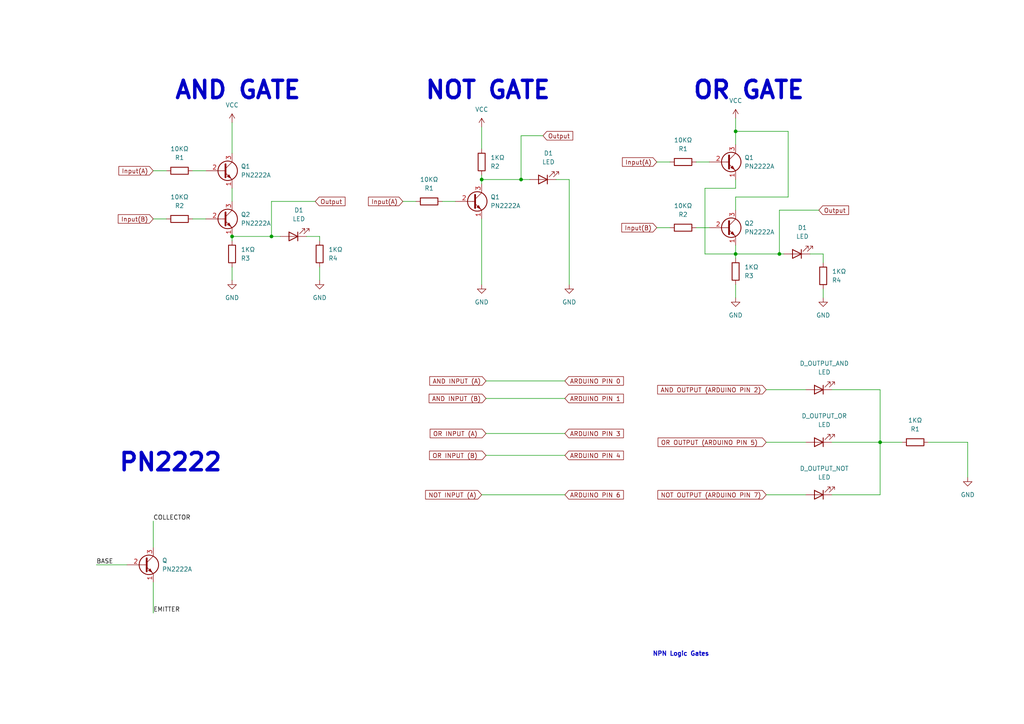
<source format=kicad_sch>
(kicad_sch (version 20211123) (generator eeschema)

  (uuid 9538e4ed-27e6-4c37-b989-9859dc0d49e8)

  (paper "A4")

  (lib_symbols
    (symbol "Device:LED" (pin_numbers hide) (pin_names (offset 1.016) hide) (in_bom yes) (on_board yes)
      (property "Reference" "D" (id 0) (at 0 2.54 0)
        (effects (font (size 1.27 1.27)))
      )
      (property "Value" "LED" (id 1) (at 0 -2.54 0)
        (effects (font (size 1.27 1.27)))
      )
      (property "Footprint" "" (id 2) (at 0 0 0)
        (effects (font (size 1.27 1.27)) hide)
      )
      (property "Datasheet" "~" (id 3) (at 0 0 0)
        (effects (font (size 1.27 1.27)) hide)
      )
      (property "ki_keywords" "LED diode" (id 4) (at 0 0 0)
        (effects (font (size 1.27 1.27)) hide)
      )
      (property "ki_description" "Light emitting diode" (id 5) (at 0 0 0)
        (effects (font (size 1.27 1.27)) hide)
      )
      (property "ki_fp_filters" "LED* LED_SMD:* LED_THT:*" (id 6) (at 0 0 0)
        (effects (font (size 1.27 1.27)) hide)
      )
      (symbol "LED_0_1"
        (polyline
          (pts
            (xy -1.27 -1.27)
            (xy -1.27 1.27)
          )
          (stroke (width 0.254) (type default) (color 0 0 0 0))
          (fill (type none))
        )
        (polyline
          (pts
            (xy -1.27 0)
            (xy 1.27 0)
          )
          (stroke (width 0) (type default) (color 0 0 0 0))
          (fill (type none))
        )
        (polyline
          (pts
            (xy 1.27 -1.27)
            (xy 1.27 1.27)
            (xy -1.27 0)
            (xy 1.27 -1.27)
          )
          (stroke (width 0.254) (type default) (color 0 0 0 0))
          (fill (type none))
        )
        (polyline
          (pts
            (xy -3.048 -0.762)
            (xy -4.572 -2.286)
            (xy -3.81 -2.286)
            (xy -4.572 -2.286)
            (xy -4.572 -1.524)
          )
          (stroke (width 0) (type default) (color 0 0 0 0))
          (fill (type none))
        )
        (polyline
          (pts
            (xy -1.778 -0.762)
            (xy -3.302 -2.286)
            (xy -2.54 -2.286)
            (xy -3.302 -2.286)
            (xy -3.302 -1.524)
          )
          (stroke (width 0) (type default) (color 0 0 0 0))
          (fill (type none))
        )
      )
      (symbol "LED_1_1"
        (pin passive line (at -3.81 0 0) (length 2.54)
          (name "K" (effects (font (size 1.27 1.27))))
          (number "1" (effects (font (size 1.27 1.27))))
        )
        (pin passive line (at 3.81 0 180) (length 2.54)
          (name "A" (effects (font (size 1.27 1.27))))
          (number "2" (effects (font (size 1.27 1.27))))
        )
      )
    )
    (symbol "Device:R" (pin_numbers hide) (pin_names (offset 0)) (in_bom yes) (on_board yes)
      (property "Reference" "R" (id 0) (at 2.032 0 90)
        (effects (font (size 1.27 1.27)))
      )
      (property "Value" "R" (id 1) (at 0 0 90)
        (effects (font (size 1.27 1.27)))
      )
      (property "Footprint" "" (id 2) (at -1.778 0 90)
        (effects (font (size 1.27 1.27)) hide)
      )
      (property "Datasheet" "~" (id 3) (at 0 0 0)
        (effects (font (size 1.27 1.27)) hide)
      )
      (property "ki_keywords" "R res resistor" (id 4) (at 0 0 0)
        (effects (font (size 1.27 1.27)) hide)
      )
      (property "ki_description" "Resistor" (id 5) (at 0 0 0)
        (effects (font (size 1.27 1.27)) hide)
      )
      (property "ki_fp_filters" "R_*" (id 6) (at 0 0 0)
        (effects (font (size 1.27 1.27)) hide)
      )
      (symbol "R_0_1"
        (rectangle (start -1.016 -2.54) (end 1.016 2.54)
          (stroke (width 0.254) (type default) (color 0 0 0 0))
          (fill (type none))
        )
      )
      (symbol "R_1_1"
        (pin passive line (at 0 3.81 270) (length 1.27)
          (name "~" (effects (font (size 1.27 1.27))))
          (number "1" (effects (font (size 1.27 1.27))))
        )
        (pin passive line (at 0 -3.81 90) (length 1.27)
          (name "~" (effects (font (size 1.27 1.27))))
          (number "2" (effects (font (size 1.27 1.27))))
        )
      )
    )
    (symbol "Transistor_BJT:PN2222A" (pin_names (offset 0) hide) (in_bom yes) (on_board yes)
      (property "Reference" "Q" (id 0) (at 5.08 1.905 0)
        (effects (font (size 1.27 1.27)) (justify left))
      )
      (property "Value" "PN2222A" (id 1) (at 5.08 0 0)
        (effects (font (size 1.27 1.27)) (justify left))
      )
      (property "Footprint" "Package_TO_SOT_THT:TO-92_Inline" (id 2) (at 5.08 -1.905 0)
        (effects (font (size 1.27 1.27) italic) (justify left) hide)
      )
      (property "Datasheet" "https://www.onsemi.com/pub/Collateral/PN2222-D.PDF" (id 3) (at 0 0 0)
        (effects (font (size 1.27 1.27)) (justify left) hide)
      )
      (property "ki_keywords" "NPN Transistor" (id 4) (at 0 0 0)
        (effects (font (size 1.27 1.27)) hide)
      )
      (property "ki_description" "1A Ic, 40V Vce, NPN Transistor, General Purpose Transistor, TO-92" (id 5) (at 0 0 0)
        (effects (font (size 1.27 1.27)) hide)
      )
      (property "ki_fp_filters" "TO?92*" (id 6) (at 0 0 0)
        (effects (font (size 1.27 1.27)) hide)
      )
      (symbol "PN2222A_0_1"
        (polyline
          (pts
            (xy 0 0)
            (xy 0.635 0)
          )
          (stroke (width 0) (type default) (color 0 0 0 0))
          (fill (type none))
        )
        (polyline
          (pts
            (xy 2.54 -2.54)
            (xy 0.635 -0.635)
          )
          (stroke (width 0) (type default) (color 0 0 0 0))
          (fill (type none))
        )
        (polyline
          (pts
            (xy 2.54 2.54)
            (xy 0.635 0.635)
          )
          (stroke (width 0) (type default) (color 0 0 0 0))
          (fill (type none))
        )
        (polyline
          (pts
            (xy 0.635 1.905)
            (xy 0.635 -1.905)
            (xy 0.635 -1.905)
          )
          (stroke (width 0.508) (type default) (color 0 0 0 0))
          (fill (type none))
        )
        (polyline
          (pts
            (xy 2.413 -2.413)
            (xy 1.905 -1.905)
            (xy 1.905 -1.905)
          )
          (stroke (width 0) (type default) (color 0 0 0 0))
          (fill (type none))
        )
        (polyline
          (pts
            (xy 1.143 -1.651)
            (xy 1.651 -1.143)
            (xy 2.159 -2.159)
            (xy 1.143 -1.651)
            (xy 1.143 -1.651)
          )
          (stroke (width 0) (type default) (color 0 0 0 0))
          (fill (type outline))
        )
        (circle (center 1.27 0) (radius 2.8194)
          (stroke (width 0.254) (type default) (color 0 0 0 0))
          (fill (type none))
        )
      )
      (symbol "PN2222A_1_1"
        (pin passive line (at 2.54 -5.08 90) (length 2.54)
          (name "E" (effects (font (size 1.27 1.27))))
          (number "1" (effects (font (size 1.27 1.27))))
        )
        (pin input line (at -5.08 0 0) (length 5.08)
          (name "B" (effects (font (size 1.27 1.27))))
          (number "2" (effects (font (size 1.27 1.27))))
        )
        (pin passive line (at 2.54 5.08 270) (length 2.54)
          (name "C" (effects (font (size 1.27 1.27))))
          (number "3" (effects (font (size 1.27 1.27))))
        )
      )
    )
    (symbol "power:GND" (power) (pin_names (offset 0)) (in_bom yes) (on_board yes)
      (property "Reference" "#PWR" (id 0) (at 0 -6.35 0)
        (effects (font (size 1.27 1.27)) hide)
      )
      (property "Value" "GND" (id 1) (at 0 -3.81 0)
        (effects (font (size 1.27 1.27)))
      )
      (property "Footprint" "" (id 2) (at 0 0 0)
        (effects (font (size 1.27 1.27)) hide)
      )
      (property "Datasheet" "" (id 3) (at 0 0 0)
        (effects (font (size 1.27 1.27)) hide)
      )
      (property "ki_keywords" "power-flag" (id 4) (at 0 0 0)
        (effects (font (size 1.27 1.27)) hide)
      )
      (property "ki_description" "Power symbol creates a global label with name \"GND\" , ground" (id 5) (at 0 0 0)
        (effects (font (size 1.27 1.27)) hide)
      )
      (symbol "GND_0_1"
        (polyline
          (pts
            (xy 0 0)
            (xy 0 -1.27)
            (xy 1.27 -1.27)
            (xy 0 -2.54)
            (xy -1.27 -1.27)
            (xy 0 -1.27)
          )
          (stroke (width 0) (type default) (color 0 0 0 0))
          (fill (type none))
        )
      )
      (symbol "GND_1_1"
        (pin power_in line (at 0 0 270) (length 0) hide
          (name "GND" (effects (font (size 1.27 1.27))))
          (number "1" (effects (font (size 1.27 1.27))))
        )
      )
    )
    (symbol "power:VCC" (power) (pin_names (offset 0)) (in_bom yes) (on_board yes)
      (property "Reference" "#PWR" (id 0) (at 0 -3.81 0)
        (effects (font (size 1.27 1.27)) hide)
      )
      (property "Value" "VCC" (id 1) (at 0 3.81 0)
        (effects (font (size 1.27 1.27)))
      )
      (property "Footprint" "" (id 2) (at 0 0 0)
        (effects (font (size 1.27 1.27)) hide)
      )
      (property "Datasheet" "" (id 3) (at 0 0 0)
        (effects (font (size 1.27 1.27)) hide)
      )
      (property "ki_keywords" "power-flag" (id 4) (at 0 0 0)
        (effects (font (size 1.27 1.27)) hide)
      )
      (property "ki_description" "Power symbol creates a global label with name \"VCC\"" (id 5) (at 0 0 0)
        (effects (font (size 1.27 1.27)) hide)
      )
      (symbol "VCC_0_1"
        (polyline
          (pts
            (xy -0.762 1.27)
            (xy 0 2.54)
          )
          (stroke (width 0) (type default) (color 0 0 0 0))
          (fill (type none))
        )
        (polyline
          (pts
            (xy 0 0)
            (xy 0 2.54)
          )
          (stroke (width 0) (type default) (color 0 0 0 0))
          (fill (type none))
        )
        (polyline
          (pts
            (xy 0 2.54)
            (xy 0.762 1.27)
          )
          (stroke (width 0) (type default) (color 0 0 0 0))
          (fill (type none))
        )
      )
      (symbol "VCC_1_1"
        (pin power_in line (at 0 0 90) (length 0) hide
          (name "VCC" (effects (font (size 1.27 1.27))))
          (number "1" (effects (font (size 1.27 1.27))))
        )
      )
    )
  )

  (junction (at 255.27 128.27) (diameter 0) (color 0 0 0 0)
    (uuid 07b153ea-670b-445a-8143-04436444df7e)
  )
  (junction (at 139.7 52.07) (diameter 0) (color 0 0 0 0)
    (uuid 09cb623b-5feb-48f8-9938-7a1f86b2ed29)
  )
  (junction (at 226.06 73.66) (diameter 0) (color 0 0 0 0)
    (uuid 1a40f373-1f37-4901-997c-47e9868a81c1)
  )
  (junction (at 213.36 38.1) (diameter 0) (color 0 0 0 0)
    (uuid 1ed0149a-dfe5-4d0a-a9b7-e40eb64eac2c)
  )
  (junction (at 213.36 73.66) (diameter 0) (color 0 0 0 0)
    (uuid 41afcd73-238d-4b48-9dd5-a9ddc9a93505)
  )
  (junction (at 151.13 52.07) (diameter 0) (color 0 0 0 0)
    (uuid a02c2b19-e7da-4a83-8984-460b1aec3571)
  )
  (junction (at 67.31 68.58) (diameter 0) (color 0 0 0 0)
    (uuid cbc618b3-34bf-463c-94c7-ed2b616e5240)
  )
  (junction (at 78.74 68.58) (diameter 0) (color 0 0 0 0)
    (uuid dcb05ee6-2136-4f60-9f9a-1f72d57f18c6)
  )

  (wire (pts (xy 67.31 69.85) (xy 67.31 68.58))
    (stroke (width 0) (type default) (color 0 0 0 0))
    (uuid 013ba58f-53ea-4a60-80c6-6e3648317be1)
  )
  (wire (pts (xy 238.76 73.66) (xy 238.76 76.2))
    (stroke (width 0) (type default) (color 0 0 0 0))
    (uuid 03cb4ab5-6d69-408e-b3b5-e1d028e6c702)
  )
  (wire (pts (xy 92.71 68.58) (xy 92.71 69.85))
    (stroke (width 0) (type default) (color 0 0 0 0))
    (uuid 06539345-f7ee-46fa-8b39-bec7c02cfaf5)
  )
  (wire (pts (xy 201.93 66.04) (xy 205.74 66.04))
    (stroke (width 0) (type default) (color 0 0 0 0))
    (uuid 0b4b0cca-bc57-4edc-9005-be5f4d0112cc)
  )
  (wire (pts (xy 228.6 57.15) (xy 228.6 38.1))
    (stroke (width 0) (type default) (color 0 0 0 0))
    (uuid 0c4a81d3-1d52-4316-96aa-1c12171c25cf)
  )
  (wire (pts (xy 55.88 49.53) (xy 59.69 49.53))
    (stroke (width 0) (type default) (color 0 0 0 0))
    (uuid 0cc1dd83-5c90-420d-9851-51d341aa4817)
  )
  (wire (pts (xy 222.25 143.51) (xy 233.68 143.51))
    (stroke (width 0) (type default) (color 0 0 0 0))
    (uuid 0f11d161-6009-49d5-9f67-fa144152dd24)
  )
  (wire (pts (xy 67.31 81.28) (xy 67.31 77.47))
    (stroke (width 0) (type default) (color 0 0 0 0))
    (uuid 131c8b3b-0256-4c7a-a9b6-f04894303327)
  )
  (wire (pts (xy 222.25 113.03) (xy 233.68 113.03))
    (stroke (width 0) (type default) (color 0 0 0 0))
    (uuid 15ad461c-8671-4c28-9cb6-144953fcd4c9)
  )
  (wire (pts (xy 139.7 50.8) (xy 139.7 52.07))
    (stroke (width 0) (type default) (color 0 0 0 0))
    (uuid 189a28b5-e4dc-4782-9e63-29e82a9829fd)
  )
  (wire (pts (xy 190.5 46.99) (xy 194.31 46.99))
    (stroke (width 0) (type default) (color 0 0 0 0))
    (uuid 1ec56144-e622-4c42-8a11-4eefdbd50443)
  )
  (wire (pts (xy 88.9 68.58) (xy 92.71 68.58))
    (stroke (width 0) (type default) (color 0 0 0 0))
    (uuid 24c8f588-f3e0-4fdb-bd89-8e8411110a94)
  )
  (wire (pts (xy 241.3 143.51) (xy 255.27 143.51))
    (stroke (width 0) (type default) (color 0 0 0 0))
    (uuid 253e6a05-dc00-403d-bfeb-f75446a55b36)
  )
  (wire (pts (xy 92.71 77.47) (xy 92.71 81.28))
    (stroke (width 0) (type default) (color 0 0 0 0))
    (uuid 29c8221b-0885-4c62-a489-286f9ace4901)
  )
  (wire (pts (xy 213.36 74.93) (xy 213.36 73.66))
    (stroke (width 0) (type default) (color 0 0 0 0))
    (uuid 2a30684b-d341-42dc-b009-7ec513a6b4c4)
  )
  (wire (pts (xy 213.36 34.29) (xy 213.36 38.1))
    (stroke (width 0) (type default) (color 0 0 0 0))
    (uuid 2bc71fca-ec89-4e93-a575-76a5cec9fae6)
  )
  (wire (pts (xy 128.27 58.42) (xy 132.08 58.42))
    (stroke (width 0) (type default) (color 0 0 0 0))
    (uuid 311ae13d-7633-4526-9992-edf9bfe81e50)
  )
  (wire (pts (xy 116.84 58.42) (xy 120.65 58.42))
    (stroke (width 0) (type default) (color 0 0 0 0))
    (uuid 31db40b8-aeda-4d0e-accc-b6f7fa27011b)
  )
  (wire (pts (xy 157.48 39.37) (xy 151.13 39.37))
    (stroke (width 0) (type default) (color 0 0 0 0))
    (uuid 3ea30877-5275-46c9-ba1d-ed5abb9a7a1d)
  )
  (wire (pts (xy 44.45 168.91) (xy 44.45 177.8))
    (stroke (width 0) (type default) (color 0 0 0 0))
    (uuid 3f50717a-7401-4cd4-8387-b9e2d8c4ae2b)
  )
  (wire (pts (xy 213.36 57.15) (xy 228.6 57.15))
    (stroke (width 0) (type default) (color 0 0 0 0))
    (uuid 3f510e84-818e-4468-9830-bfbf8b20cf71)
  )
  (wire (pts (xy 213.36 73.66) (xy 226.06 73.66))
    (stroke (width 0) (type default) (color 0 0 0 0))
    (uuid 408ff053-b8b5-4e6d-a767-7b285d443280)
  )
  (wire (pts (xy 201.93 46.99) (xy 205.74 46.99))
    (stroke (width 0) (type default) (color 0 0 0 0))
    (uuid 47dd2cab-b54a-45e8-b3c3-c7c78820b3d2)
  )
  (wire (pts (xy 213.36 73.66) (xy 213.36 71.12))
    (stroke (width 0) (type default) (color 0 0 0 0))
    (uuid 4b530a66-2250-45cf-a4f0-b2c82c1b3925)
  )
  (wire (pts (xy 269.24 128.27) (xy 280.67 128.27))
    (stroke (width 0) (type default) (color 0 0 0 0))
    (uuid 4d9fa578-31a0-45ae-8602-e74fe0dc8682)
  )
  (wire (pts (xy 78.74 68.58) (xy 81.28 68.58))
    (stroke (width 0) (type default) (color 0 0 0 0))
    (uuid 4f5a5746-cad3-42d7-90d5-2aefc34cad42)
  )
  (wire (pts (xy 241.3 113.03) (xy 255.27 113.03))
    (stroke (width 0) (type default) (color 0 0 0 0))
    (uuid 4fb24966-ff94-4053-a484-2dd60328ceb0)
  )
  (wire (pts (xy 255.27 113.03) (xy 255.27 128.27))
    (stroke (width 0) (type default) (color 0 0 0 0))
    (uuid 5519a88b-aeec-4a90-9830-94e407eed5b8)
  )
  (wire (pts (xy 55.88 63.5) (xy 59.69 63.5))
    (stroke (width 0) (type default) (color 0 0 0 0))
    (uuid 586bf9a0-d9a5-4abc-9608-6c89fe88f3bc)
  )
  (wire (pts (xy 226.06 73.66) (xy 227.33 73.66))
    (stroke (width 0) (type default) (color 0 0 0 0))
    (uuid 58c3fb29-ad53-4e83-8729-7a4efe61c4da)
  )
  (wire (pts (xy 255.27 143.51) (xy 255.27 128.27))
    (stroke (width 0) (type default) (color 0 0 0 0))
    (uuid 5faee543-e642-4802-adfd-44c54aa1f7dd)
  )
  (wire (pts (xy 237.49 60.96) (xy 226.06 60.96))
    (stroke (width 0) (type default) (color 0 0 0 0))
    (uuid 5ff36fbf-899a-4e28-bfb4-32b858d259dc)
  )
  (wire (pts (xy 139.7 43.18) (xy 139.7 36.83))
    (stroke (width 0) (type default) (color 0 0 0 0))
    (uuid 60ef2bd8-a9cd-478d-b2df-6d47028365b7)
  )
  (wire (pts (xy 204.47 73.66) (xy 213.36 73.66))
    (stroke (width 0) (type default) (color 0 0 0 0))
    (uuid 62499b02-cf09-45c7-a6d3-6f7a8077d261)
  )
  (wire (pts (xy 139.7 143.51) (xy 163.83 143.51))
    (stroke (width 0) (type default) (color 0 0 0 0))
    (uuid 629c5ad8-6364-4229-b235-26f05a45eb6e)
  )
  (wire (pts (xy 280.67 128.27) (xy 280.67 138.43))
    (stroke (width 0) (type default) (color 0 0 0 0))
    (uuid 67081eaa-bac7-4c40-b41e-1768f13540be)
  )
  (wire (pts (xy 161.29 52.07) (xy 165.1 52.07))
    (stroke (width 0) (type default) (color 0 0 0 0))
    (uuid 6801cc0f-a0fe-484b-9e68-f2e2222d8a2b)
  )
  (wire (pts (xy 140.97 115.57) (xy 163.83 115.57))
    (stroke (width 0) (type default) (color 0 0 0 0))
    (uuid 682f1abd-1645-400b-9089-ca0447ce0c14)
  )
  (wire (pts (xy 44.45 63.5) (xy 48.26 63.5))
    (stroke (width 0) (type default) (color 0 0 0 0))
    (uuid 69cdd84f-5b81-4e1a-acb4-1fcb07c6fc14)
  )
  (wire (pts (xy 213.36 38.1) (xy 213.36 41.91))
    (stroke (width 0) (type default) (color 0 0 0 0))
    (uuid 6cb01a46-d09f-47ae-9767-e5083f3aefd5)
  )
  (wire (pts (xy 241.3 128.27) (xy 255.27 128.27))
    (stroke (width 0) (type default) (color 0 0 0 0))
    (uuid 6e0eefcd-7022-45c6-bf9e-51ef52bd7450)
  )
  (wire (pts (xy 140.97 110.49) (xy 163.83 110.49))
    (stroke (width 0) (type default) (color 0 0 0 0))
    (uuid 75cf43a7-d50c-4880-af0a-155ed69dd030)
  )
  (wire (pts (xy 213.36 52.07) (xy 213.36 54.61))
    (stroke (width 0) (type default) (color 0 0 0 0))
    (uuid 76058541-40c1-4c9c-9e1b-873ff27be583)
  )
  (wire (pts (xy 140.97 125.73) (xy 163.83 125.73))
    (stroke (width 0) (type default) (color 0 0 0 0))
    (uuid 7beeb5fc-efde-4529-be6b-67ab2a973cde)
  )
  (wire (pts (xy 67.31 35.56) (xy 67.31 44.45))
    (stroke (width 0) (type default) (color 0 0 0 0))
    (uuid 87acb341-8927-4bf2-8afb-3415db1d7c46)
  )
  (wire (pts (xy 67.31 54.61) (xy 67.31 58.42))
    (stroke (width 0) (type default) (color 0 0 0 0))
    (uuid 87d5d173-2026-4185-a172-b2764314508b)
  )
  (wire (pts (xy 151.13 39.37) (xy 151.13 52.07))
    (stroke (width 0) (type default) (color 0 0 0 0))
    (uuid 92da9b88-207d-47d9-94ea-c727a0a86cb8)
  )
  (wire (pts (xy 27.94 163.83) (xy 36.83 163.83))
    (stroke (width 0) (type default) (color 0 0 0 0))
    (uuid 97f4b60b-d4a4-44ad-8119-24e5f6120c14)
  )
  (wire (pts (xy 91.44 58.42) (xy 78.74 58.42))
    (stroke (width 0) (type default) (color 0 0 0 0))
    (uuid 9b6525fc-fb1f-496b-b238-fe3b35e6864f)
  )
  (wire (pts (xy 140.97 132.08) (xy 163.83 132.08))
    (stroke (width 0) (type default) (color 0 0 0 0))
    (uuid afa818ef-bfac-4010-b31b-fd719bebb677)
  )
  (wire (pts (xy 44.45 49.53) (xy 48.26 49.53))
    (stroke (width 0) (type default) (color 0 0 0 0))
    (uuid b7462cf2-a3dd-4097-8882-1954d9d28d08)
  )
  (wire (pts (xy 213.36 86.36) (xy 213.36 82.55))
    (stroke (width 0) (type default) (color 0 0 0 0))
    (uuid b89ab16e-8682-4288-9e98-10b29067111a)
  )
  (wire (pts (xy 222.25 128.27) (xy 233.68 128.27))
    (stroke (width 0) (type default) (color 0 0 0 0))
    (uuid c2beb8cf-ae3a-497c-8207-d77a82ee41be)
  )
  (wire (pts (xy 139.7 63.5) (xy 139.7 82.55))
    (stroke (width 0) (type default) (color 0 0 0 0))
    (uuid c7dd51b9-c4d6-4b0d-aed2-69adbb4649de)
  )
  (wire (pts (xy 165.1 52.07) (xy 165.1 82.55))
    (stroke (width 0) (type default) (color 0 0 0 0))
    (uuid ca6516b8-0af1-467e-96c0-73c0e6e91417)
  )
  (wire (pts (xy 213.36 54.61) (xy 204.47 54.61))
    (stroke (width 0) (type default) (color 0 0 0 0))
    (uuid cdacca8d-35e0-4659-9502-f56630275306)
  )
  (wire (pts (xy 226.06 60.96) (xy 226.06 73.66))
    (stroke (width 0) (type default) (color 0 0 0 0))
    (uuid d0c44712-01f4-4764-a19b-8074d1f153fe)
  )
  (wire (pts (xy 213.36 60.96) (xy 213.36 57.15))
    (stroke (width 0) (type default) (color 0 0 0 0))
    (uuid d5ac037d-c1d2-4b9c-9ab1-ac195b29cda7)
  )
  (wire (pts (xy 255.27 128.27) (xy 261.62 128.27))
    (stroke (width 0) (type default) (color 0 0 0 0))
    (uuid d636f29b-697c-4066-b472-eee142818578)
  )
  (wire (pts (xy 44.45 151.13) (xy 44.45 158.75))
    (stroke (width 0) (type default) (color 0 0 0 0))
    (uuid da558714-c7a3-430a-80ba-1cf95c406f14)
  )
  (wire (pts (xy 78.74 58.42) (xy 78.74 68.58))
    (stroke (width 0) (type default) (color 0 0 0 0))
    (uuid de8f7cd3-a88d-4df3-977e-e06743b940e2)
  )
  (wire (pts (xy 67.31 68.58) (xy 78.74 68.58))
    (stroke (width 0) (type default) (color 0 0 0 0))
    (uuid e3978438-1ee1-40a2-aea7-099b4d2e4656)
  )
  (wire (pts (xy 234.95 73.66) (xy 238.76 73.66))
    (stroke (width 0) (type default) (color 0 0 0 0))
    (uuid ee8b5d2f-8222-4e06-a065-b6b2e3640bcc)
  )
  (wire (pts (xy 139.7 52.07) (xy 139.7 53.34))
    (stroke (width 0) (type default) (color 0 0 0 0))
    (uuid f1202946-b163-40d7-b026-7bb136fd7887)
  )
  (wire (pts (xy 139.7 52.07) (xy 151.13 52.07))
    (stroke (width 0) (type default) (color 0 0 0 0))
    (uuid f3caceb4-f80c-4a39-8e6d-b4f5346b8e0b)
  )
  (wire (pts (xy 151.13 52.07) (xy 153.67 52.07))
    (stroke (width 0) (type default) (color 0 0 0 0))
    (uuid f3cd850a-0f39-48eb-a1f8-68884c4d0ceb)
  )
  (wire (pts (xy 228.6 38.1) (xy 213.36 38.1))
    (stroke (width 0) (type default) (color 0 0 0 0))
    (uuid f5ce3c81-75f4-47ed-ac11-104341eddd9d)
  )
  (wire (pts (xy 204.47 54.61) (xy 204.47 73.66))
    (stroke (width 0) (type default) (color 0 0 0 0))
    (uuid fc12cfbb-fab7-45df-b7af-b0a2327d64d4)
  )
  (wire (pts (xy 190.5 66.04) (xy 194.31 66.04))
    (stroke (width 0) (type default) (color 0 0 0 0))
    (uuid fc8766ce-992a-4c60-8cbe-56b6fbfcef62)
  )
  (wire (pts (xy 238.76 83.82) (xy 238.76 86.36))
    (stroke (width 0) (type default) (color 0 0 0 0))
    (uuid fe732144-34e2-43bf-9f2b-8d43da0d7536)
  )

  (text "NOT GATE" (at 160.02 29.21 180)
    (effects (font (size 5 5) bold) (justify right bottom))
    (uuid 1e3b28f9-c013-41c9-bc6b-a500bf8646d5)
  )
  (text "PN2222" (at 64.77 137.16 180)
    (effects (font (size 5 5) bold) (justify right bottom))
    (uuid 629c9f1d-cf4c-4edd-b352-fe6a9de97e64)
  )
  (text "OR GATE" (at 233.68 29.21 180)
    (effects (font (size 5 5) bold) (justify right bottom))
    (uuid d22f30d6-3d1f-4797-a4d0-7755b084f6bd)
  )
  (text "NPN Logic Gates" (at 205.74 190.5 180)
    (effects (font (size 1.27 1.27) bold) (justify right bottom))
    (uuid e0dad56f-8093-4090-b21a-09444d7e2804)
  )
  (text "AND GATE" (at 87.63 29.21 180)
    (effects (font (size 5 5) bold) (justify right bottom))
    (uuid f97e0fc4-7ad2-49d2-b010-04343ca5c9e0)
  )

  (label "EMITTER" (at 44.45 177.8 0)
    (effects (font (size 1.27 1.27)) (justify left bottom))
    (uuid 12e0e518-8ce6-421e-8268-6fae52f34f52)
  )
  (label "BASE" (at 27.94 163.83 0)
    (effects (font (size 1.27 1.27)) (justify left bottom))
    (uuid 90eccaac-d47a-445d-9f9b-6f86f6446bd3)
  )
  (label "COLLECTOR" (at 44.45 151.13 0)
    (effects (font (size 1.27 1.27)) (justify left bottom))
    (uuid a6e3687b-985d-4d1d-af80-38b2fb96d095)
  )

  (global_label "Input(A)" (shape input) (at 44.45 49.53 180) (fields_autoplaced)
    (effects (font (size 1.27 1.27)) (justify right))
    (uuid 034b5ea6-0b9b-428c-b907-e61e423c99e3)
    (property "Intersheet References" "${INTERSHEET_REFS}" (id 0) (at 34.4774 49.4506 0)
      (effects (font (size 1.27 1.27)) (justify right) hide)
    )
  )
  (global_label "OR OUTPUT (ARDUINO PIN 5) " (shape input) (at 222.25 128.27 180) (fields_autoplaced)
    (effects (font (size 1.27 1.27)) (justify right))
    (uuid 243f304e-4805-4908-9926-4b8f7e06509b)
    (property "Intersheet References" "${INTERSHEET_REFS}" (id 0) (at 190.8688 128.1906 0)
      (effects (font (size 1.27 1.27)) (justify right) hide)
    )
  )
  (global_label "Output" (shape input) (at 237.49 60.96 0) (fields_autoplaced)
    (effects (font (size 1.27 1.27)) (justify left))
    (uuid 24bbb28f-2ce4-465c-83d3-b40d2b79d4bf)
    (property "Intersheet References" "${INTERSHEET_REFS}" (id 0) (at 246.1321 60.8806 0)
      (effects (font (size 1.27 1.27)) (justify left) hide)
    )
  )
  (global_label "OR INPUT (B) " (shape input) (at 140.97 132.08 180) (fields_autoplaced)
    (effects (font (size 1.27 1.27)) (justify right))
    (uuid 24f350cd-59eb-4c48-b2d4-abf255130bfe)
    (property "Intersheet References" "${INTERSHEET_REFS}" (id 0) (at 124.5869 132.0006 0)
      (effects (font (size 1.27 1.27)) (justify right) hide)
    )
  )
  (global_label "Input(A)" (shape input) (at 190.5 46.99 180) (fields_autoplaced)
    (effects (font (size 1.27 1.27)) (justify right))
    (uuid 2759cf39-12f5-4163-a441-31572b3ec3e4)
    (property "Intersheet References" "${INTERSHEET_REFS}" (id 0) (at 180.5274 46.9106 0)
      (effects (font (size 1.27 1.27)) (justify right) hide)
    )
  )
  (global_label "AND OUTPUT (ARDUINO PIN 2)" (shape input) (at 222.25 113.03 180) (fields_autoplaced)
    (effects (font (size 1.27 1.27)) (justify right))
    (uuid 325746b1-2d0c-4dba-b05b-16c89010158b)
    (property "Intersheet References" "${INTERSHEET_REFS}" (id 0) (at 190.7479 112.9506 0)
      (effects (font (size 1.27 1.27)) (justify right) hide)
    )
  )
  (global_label "OR INPUT (A) " (shape input) (at 140.97 125.73 180) (fields_autoplaced)
    (effects (font (size 1.27 1.27)) (justify right))
    (uuid 3be8e2da-206e-4192-81c2-96f8efadbf01)
    (property "Intersheet References" "${INTERSHEET_REFS}" (id 0) (at 124.7683 125.6506 0)
      (effects (font (size 1.27 1.27)) (justify right) hide)
    )
  )
  (global_label "NOT INPUT (A)" (shape input) (at 139.7 143.51 180) (fields_autoplaced)
    (effects (font (size 1.27 1.27)) (justify right))
    (uuid 42af2292-cb10-406d-801b-f98704f6c10d)
    (property "Intersheet References" "${INTERSHEET_REFS}" (id 0) (at 123.4379 143.4306 0)
      (effects (font (size 1.27 1.27)) (justify right) hide)
    )
  )
  (global_label "Output" (shape input) (at 157.48 39.37 0) (fields_autoplaced)
    (effects (font (size 1.27 1.27)) (justify left))
    (uuid 53f47552-915f-4d9f-9d69-1e746444063c)
    (property "Intersheet References" "${INTERSHEET_REFS}" (id 0) (at 166.1221 39.2906 0)
      (effects (font (size 1.27 1.27)) (justify left) hide)
    )
  )
  (global_label "Input(A)" (shape input) (at 116.84 58.42 180) (fields_autoplaced)
    (effects (font (size 1.27 1.27)) (justify right))
    (uuid 5978f215-d946-4c7f-9cb0-4aab8a0f4c65)
    (property "Intersheet References" "${INTERSHEET_REFS}" (id 0) (at 106.8674 58.3406 0)
      (effects (font (size 1.27 1.27)) (justify right) hide)
    )
  )
  (global_label "Output" (shape input) (at 91.44 58.42 0) (fields_autoplaced)
    (effects (font (size 1.27 1.27)) (justify left))
    (uuid 5e04afd4-6a63-4342-a1f7-1a2630319141)
    (property "Intersheet References" "${INTERSHEET_REFS}" (id 0) (at 100.0821 58.3406 0)
      (effects (font (size 1.27 1.27)) (justify left) hide)
    )
  )
  (global_label "ARDUINO PIN 4" (shape input) (at 163.83 132.08 0) (fields_autoplaced)
    (effects (font (size 1.27 1.27)) (justify left))
    (uuid 6dbe7adf-2b9f-4e01-8704-3927bb3a30b4)
    (property "Intersheet References" "${INTERSHEET_REFS}" (id 0) (at 180.8179 132.0006 0)
      (effects (font (size 1.27 1.27)) (justify left) hide)
    )
  )
  (global_label "AND INPUT (B)" (shape input) (at 140.97 115.57 180) (fields_autoplaced)
    (effects (font (size 1.27 1.27)) (justify right))
    (uuid ba87bd0b-d89c-45b1-bab7-61acf948a2ae)
    (property "Intersheet References" "${INTERSHEET_REFS}" (id 0) (at 124.4659 115.4906 0)
      (effects (font (size 1.27 1.27)) (justify right) hide)
    )
  )
  (global_label "Input(B)" (shape input) (at 44.45 63.5 180) (fields_autoplaced)
    (effects (font (size 1.27 1.27)) (justify right))
    (uuid bac58cb5-56be-4423-b62b-033d57e78cb0)
    (property "Intersheet References" "${INTERSHEET_REFS}" (id 0) (at 34.2959 63.4206 0)
      (effects (font (size 1.27 1.27)) (justify right) hide)
    )
  )
  (global_label "ARDUINO PIN 0" (shape input) (at 163.83 110.49 0) (fields_autoplaced)
    (effects (font (size 1.27 1.27)) (justify left))
    (uuid bc8833e4-9037-4ded-abe9-88887fc4ee07)
    (property "Intersheet References" "${INTERSHEET_REFS}" (id 0) (at 180.8179 110.4106 0)
      (effects (font (size 1.27 1.27)) (justify left) hide)
    )
  )
  (global_label "AND INPUT (A)" (shape input) (at 140.97 110.49 180) (fields_autoplaced)
    (effects (font (size 1.27 1.27)) (justify right))
    (uuid bea5c29b-ae3e-4f21-8487-ee7b3e28d3f7)
    (property "Intersheet References" "${INTERSHEET_REFS}" (id 0) (at 124.6474 110.4106 0)
      (effects (font (size 1.27 1.27)) (justify right) hide)
    )
  )
  (global_label "Input(B)" (shape input) (at 190.5 66.04 180) (fields_autoplaced)
    (effects (font (size 1.27 1.27)) (justify right))
    (uuid bf0534df-15ba-4561-87ff-7d8be3cc8441)
    (property "Intersheet References" "${INTERSHEET_REFS}" (id 0) (at 180.3459 65.9606 0)
      (effects (font (size 1.27 1.27)) (justify right) hide)
    )
  )
  (global_label "ARDUINO PIN 3" (shape input) (at 163.83 125.73 0) (fields_autoplaced)
    (effects (font (size 1.27 1.27)) (justify left))
    (uuid cd5be053-ff61-4b99-abcc-9197a4bb27ec)
    (property "Intersheet References" "${INTERSHEET_REFS}" (id 0) (at 180.8179 125.6506 0)
      (effects (font (size 1.27 1.27)) (justify left) hide)
    )
  )
  (global_label "ARDUINO PIN 6" (shape input) (at 163.83 143.51 0) (fields_autoplaced)
    (effects (font (size 1.27 1.27)) (justify left))
    (uuid e0cfb54e-e0e0-4085-bea2-2272f5277aea)
    (property "Intersheet References" "${INTERSHEET_REFS}" (id 0) (at 180.8179 143.4306 0)
      (effects (font (size 1.27 1.27)) (justify left) hide)
    )
  )
  (global_label "NOT OUTPUT (ARDUINO PIN 7)" (shape input) (at 222.25 143.51 180) (fields_autoplaced)
    (effects (font (size 1.27 1.27)) (justify right))
    (uuid f0ecb011-7eb9-4c3c-adad-4d74fce681f5)
    (property "Intersheet References" "${INTERSHEET_REFS}" (id 0) (at 190.8083 143.4306 0)
      (effects (font (size 1.27 1.27)) (justify right) hide)
    )
  )
  (global_label "ARDUINO PIN 1" (shape input) (at 163.83 115.57 0) (fields_autoplaced)
    (effects (font (size 1.27 1.27)) (justify left))
    (uuid fcafc700-f14f-4dc3-9c37-208931b2d984)
    (property "Intersheet References" "${INTERSHEET_REFS}" (id 0) (at 180.8179 115.4906 0)
      (effects (font (size 1.27 1.27)) (justify left) hide)
    )
  )

  (symbol (lib_id "power:VCC") (at 67.31 35.56 0) (unit 1)
    (in_bom yes) (on_board yes) (fields_autoplaced)
    (uuid 053ebe06-fa9e-46b3-845d-54f6d2104c01)
    (property "Reference" "#PWR?" (id 0) (at 67.31 39.37 0)
      (effects (font (size 1.27 1.27)) hide)
    )
    (property "Value" "VCC" (id 1) (at 67.31 30.48 0))
    (property "Footprint" "" (id 2) (at 67.31 35.56 0)
      (effects (font (size 1.27 1.27)) hide)
    )
    (property "Datasheet" "" (id 3) (at 67.31 35.56 0)
      (effects (font (size 1.27 1.27)) hide)
    )
    (pin "1" (uuid 964237fb-aa6f-44bf-92b3-8643ac77a89c))
  )

  (symbol (lib_id "Transistor_BJT:PN2222A") (at 64.77 49.53 0) (unit 1)
    (in_bom yes) (on_board yes) (fields_autoplaced)
    (uuid 0afc6592-c2db-4caa-a22b-f13f9e7e1c40)
    (property "Reference" "Q1" (id 0) (at 69.85 48.2599 0)
      (effects (font (size 1.27 1.27)) (justify left))
    )
    (property "Value" "PN2222A" (id 1) (at 69.85 50.7999 0)
      (effects (font (size 1.27 1.27)) (justify left))
    )
    (property "Footprint" "Package_TO_SOT_THT:TO-92_Inline" (id 2) (at 69.85 51.435 0)
      (effects (font (size 1.27 1.27) italic) (justify left) hide)
    )
    (property "Datasheet" "https://www.onsemi.com/pub/Collateral/PN2222-D.PDF" (id 3) (at 64.77 49.53 0)
      (effects (font (size 1.27 1.27)) (justify left) hide)
    )
    (pin "1" (uuid 93b580d1-c2df-48c4-9d06-465ca9d3eebc))
    (pin "2" (uuid 95e16380-a797-4ef6-bc92-67bfd44afe75))
    (pin "3" (uuid 2f1df4d4-ea41-4805-990c-fc64e9beb3f8))
  )

  (symbol (lib_id "power:VCC") (at 213.36 34.29 0) (unit 1)
    (in_bom yes) (on_board yes) (fields_autoplaced)
    (uuid 21afe26c-422b-4e3e-9c4d-49d3f2d514b4)
    (property "Reference" "#PWR?" (id 0) (at 213.36 38.1 0)
      (effects (font (size 1.27 1.27)) hide)
    )
    (property "Value" "VCC" (id 1) (at 213.36 29.21 0))
    (property "Footprint" "" (id 2) (at 213.36 34.29 0)
      (effects (font (size 1.27 1.27)) hide)
    )
    (property "Datasheet" "" (id 3) (at 213.36 34.29 0)
      (effects (font (size 1.27 1.27)) hide)
    )
    (pin "1" (uuid d5a1a74f-bbad-48d6-a1c3-f7ef491caaf8))
  )

  (symbol (lib_id "power:GND") (at 238.76 86.36 0) (unit 1)
    (in_bom yes) (on_board yes) (fields_autoplaced)
    (uuid 31755e23-1578-4290-91c1-c1f100ac4d24)
    (property "Reference" "#PWR?" (id 0) (at 238.76 92.71 0)
      (effects (font (size 1.27 1.27)) hide)
    )
    (property "Value" "GND" (id 1) (at 238.76 91.44 0))
    (property "Footprint" "" (id 2) (at 238.76 86.36 0)
      (effects (font (size 1.27 1.27)) hide)
    )
    (property "Datasheet" "" (id 3) (at 238.76 86.36 0)
      (effects (font (size 1.27 1.27)) hide)
    )
    (pin "1" (uuid 1050f150-0abd-49ec-9677-dc1a81653cbd))
  )

  (symbol (lib_id "Device:R") (at 52.07 49.53 270) (unit 1)
    (in_bom yes) (on_board yes) (fields_autoplaced)
    (uuid 3be30fe2-3dfc-46c5-a372-3f7d4830337b)
    (property "Reference" "10KΩ" (id 0) (at 52.07 43.18 90))
    (property "Value" "R1" (id 1) (at 52.07 45.72 90))
    (property "Footprint" "" (id 2) (at 52.07 47.752 90)
      (effects (font (size 1.27 1.27)) hide)
    )
    (property "Datasheet" "~" (id 3) (at 52.07 49.53 0)
      (effects (font (size 1.27 1.27)) hide)
    )
    (pin "1" (uuid 9c8d5796-6e88-4325-87d2-9b3095455a2b))
    (pin "2" (uuid 4c4a0793-a824-4a98-8f39-fbd05947a195))
  )

  (symbol (lib_id "power:GND") (at 165.1 82.55 0) (unit 1)
    (in_bom yes) (on_board yes) (fields_autoplaced)
    (uuid 41b1c2f1-5950-43d0-b9a1-8c4ac9a2156a)
    (property "Reference" "#PWR?" (id 0) (at 165.1 88.9 0)
      (effects (font (size 1.27 1.27)) hide)
    )
    (property "Value" "GND" (id 1) (at 165.1 87.63 0))
    (property "Footprint" "" (id 2) (at 165.1 82.55 0)
      (effects (font (size 1.27 1.27)) hide)
    )
    (property "Datasheet" "" (id 3) (at 165.1 82.55 0)
      (effects (font (size 1.27 1.27)) hide)
    )
    (pin "1" (uuid 8fd2d3b5-69df-4dbc-b945-9c6d6cca2bf9))
  )

  (symbol (lib_id "power:GND") (at 139.7 82.55 0) (unit 1)
    (in_bom yes) (on_board yes) (fields_autoplaced)
    (uuid 47666d0b-5641-4c19-ad95-9f70e1199450)
    (property "Reference" "#PWR?" (id 0) (at 139.7 88.9 0)
      (effects (font (size 1.27 1.27)) hide)
    )
    (property "Value" "GND" (id 1) (at 139.7 87.63 0))
    (property "Footprint" "" (id 2) (at 139.7 82.55 0)
      (effects (font (size 1.27 1.27)) hide)
    )
    (property "Datasheet" "" (id 3) (at 139.7 82.55 0)
      (effects (font (size 1.27 1.27)) hide)
    )
    (pin "1" (uuid 8ef2bc5d-e101-4471-817d-5617624cad29))
  )

  (symbol (lib_id "Transistor_BJT:PN2222A") (at 137.16 58.42 0) (unit 1)
    (in_bom yes) (on_board yes) (fields_autoplaced)
    (uuid 4f7f49bf-c344-4c7d-9665-63264fc9cca5)
    (property "Reference" "Q1" (id 0) (at 142.24 57.1499 0)
      (effects (font (size 1.27 1.27)) (justify left))
    )
    (property "Value" "PN2222A" (id 1) (at 142.24 59.6899 0)
      (effects (font (size 1.27 1.27)) (justify left))
    )
    (property "Footprint" "Package_TO_SOT_THT:TO-92_Inline" (id 2) (at 142.24 60.325 0)
      (effects (font (size 1.27 1.27) italic) (justify left) hide)
    )
    (property "Datasheet" "https://www.onsemi.com/pub/Collateral/PN2222-D.PDF" (id 3) (at 137.16 58.42 0)
      (effects (font (size 1.27 1.27)) (justify left) hide)
    )
    (pin "1" (uuid 08553aaa-2bcf-49b3-bd6a-4cb234e57bb8))
    (pin "2" (uuid af9f94e8-c264-4f95-a77a-857a8a6e5c91))
    (pin "3" (uuid 14fcfe3f-6bd8-4808-af7d-0dd99cd245df))
  )

  (symbol (lib_id "Device:R") (at 198.12 66.04 270) (unit 1)
    (in_bom yes) (on_board yes) (fields_autoplaced)
    (uuid 54b75bf3-42a7-4059-86d2-51e1d744ffb3)
    (property "Reference" "10KΩ" (id 0) (at 198.12 59.69 90))
    (property "Value" "R2" (id 1) (at 198.12 62.23 90))
    (property "Footprint" "" (id 2) (at 198.12 64.262 90)
      (effects (font (size 1.27 1.27)) hide)
    )
    (property "Datasheet" "~" (id 3) (at 198.12 66.04 0)
      (effects (font (size 1.27 1.27)) hide)
    )
    (pin "1" (uuid d02f65ed-8cc3-4070-87bb-cf05152406a6))
    (pin "2" (uuid 2e9bc22d-ec5a-48e6-9e1e-924c195b1127))
  )

  (symbol (lib_id "Device:LED") (at 231.14 73.66 180) (unit 1)
    (in_bom yes) (on_board yes) (fields_autoplaced)
    (uuid 58f09acd-89b9-4164-938f-ce6f370ce1c1)
    (property "Reference" "D1" (id 0) (at 232.7275 66.04 0))
    (property "Value" "LED" (id 1) (at 232.7275 68.58 0))
    (property "Footprint" "" (id 2) (at 231.14 73.66 0)
      (effects (font (size 1.27 1.27)) hide)
    )
    (property "Datasheet" "~" (id 3) (at 231.14 73.66 0)
      (effects (font (size 1.27 1.27)) hide)
    )
    (pin "1" (uuid 2855af7d-c62f-44d8-b5d7-44a587ee2ffe))
    (pin "2" (uuid 873a6985-1b6c-4e64-8f1f-37b10d3e1cc0))
  )

  (symbol (lib_id "Device:R") (at 67.31 73.66 0) (unit 1)
    (in_bom yes) (on_board yes) (fields_autoplaced)
    (uuid 67ecb024-5ded-4087-9607-6b1c59a2ac77)
    (property "Reference" "1KΩ" (id 0) (at 69.85 72.3899 0)
      (effects (font (size 1.27 1.27)) (justify left))
    )
    (property "Value" "R3" (id 1) (at 69.85 74.9299 0)
      (effects (font (size 1.27 1.27)) (justify left))
    )
    (property "Footprint" "" (id 2) (at 65.532 73.66 90)
      (effects (font (size 1.27 1.27)) hide)
    )
    (property "Datasheet" "~" (id 3) (at 67.31 73.66 0)
      (effects (font (size 1.27 1.27)) hide)
    )
    (pin "1" (uuid 49c8e10d-499e-49f2-9964-8b4637c8fd8a))
    (pin "2" (uuid 42a625aa-332c-48dd-887f-0b0d2e2576d2))
  )

  (symbol (lib_id "power:VCC") (at 139.7 36.83 0) (unit 1)
    (in_bom yes) (on_board yes) (fields_autoplaced)
    (uuid 698e6efc-3d4f-47ee-b73e-93be5d8bc639)
    (property "Reference" "#PWR?" (id 0) (at 139.7 40.64 0)
      (effects (font (size 1.27 1.27)) hide)
    )
    (property "Value" "VCC" (id 1) (at 139.7 31.75 0))
    (property "Footprint" "" (id 2) (at 139.7 36.83 0)
      (effects (font (size 1.27 1.27)) hide)
    )
    (property "Datasheet" "" (id 3) (at 139.7 36.83 0)
      (effects (font (size 1.27 1.27)) hide)
    )
    (pin "1" (uuid 76af2b92-a9aa-4338-98f4-f914ecb7ee4c))
  )

  (symbol (lib_id "Device:R") (at 124.46 58.42 270) (unit 1)
    (in_bom yes) (on_board yes) (fields_autoplaced)
    (uuid 6d46db31-92be-4209-9cf3-3f70cd7bbdfc)
    (property "Reference" "10KΩ" (id 0) (at 124.46 52.07 90))
    (property "Value" "R1" (id 1) (at 124.46 54.61 90))
    (property "Footprint" "" (id 2) (at 124.46 56.642 90)
      (effects (font (size 1.27 1.27)) hide)
    )
    (property "Datasheet" "~" (id 3) (at 124.46 58.42 0)
      (effects (font (size 1.27 1.27)) hide)
    )
    (pin "1" (uuid bb52104e-2ec6-4553-9416-22230da8d0fc))
    (pin "2" (uuid 729502d7-a072-4fd1-9564-c5beef47a4de))
  )

  (symbol (lib_id "power:GND") (at 280.67 138.43 0) (unit 1)
    (in_bom yes) (on_board yes) (fields_autoplaced)
    (uuid 753bf980-b7fe-498f-aefd-b1890e8c38dd)
    (property "Reference" "#PWR?" (id 0) (at 280.67 144.78 0)
      (effects (font (size 1.27 1.27)) hide)
    )
    (property "Value" "GND" (id 1) (at 280.67 143.51 0))
    (property "Footprint" "" (id 2) (at 280.67 138.43 0)
      (effects (font (size 1.27 1.27)) hide)
    )
    (property "Datasheet" "" (id 3) (at 280.67 138.43 0)
      (effects (font (size 1.27 1.27)) hide)
    )
    (pin "1" (uuid bed62207-82b5-43fe-a869-bf51b46f3ed7))
  )

  (symbol (lib_id "Device:LED") (at 237.49 128.27 180) (unit 1)
    (in_bom yes) (on_board yes) (fields_autoplaced)
    (uuid 85c6056a-f58b-4c5f-a4f7-44dc33cb7502)
    (property "Reference" "D_OUTPUT_OR" (id 0) (at 239.0775 120.65 0))
    (property "Value" "LED" (id 1) (at 239.0775 123.19 0))
    (property "Footprint" "" (id 2) (at 237.49 128.27 0)
      (effects (font (size 1.27 1.27)) hide)
    )
    (property "Datasheet" "~" (id 3) (at 237.49 128.27 0)
      (effects (font (size 1.27 1.27)) hide)
    )
    (pin "1" (uuid e466e8fb-7091-4bdc-8809-053115759a2e))
    (pin "2" (uuid 8a8242b4-3674-46d5-a1b6-0860eab830b9))
  )

  (symbol (lib_id "power:GND") (at 67.31 81.28 0) (unit 1)
    (in_bom yes) (on_board yes) (fields_autoplaced)
    (uuid 86950360-c23f-439d-b7e3-38fc1614b224)
    (property "Reference" "#PWR?" (id 0) (at 67.31 87.63 0)
      (effects (font (size 1.27 1.27)) hide)
    )
    (property "Value" "GND" (id 1) (at 67.31 86.36 0))
    (property "Footprint" "" (id 2) (at 67.31 81.28 0)
      (effects (font (size 1.27 1.27)) hide)
    )
    (property "Datasheet" "" (id 3) (at 67.31 81.28 0)
      (effects (font (size 1.27 1.27)) hide)
    )
    (pin "1" (uuid 8ebd91ad-1327-4292-a74c-de1606a93cef))
  )

  (symbol (lib_id "Device:R") (at 198.12 46.99 270) (unit 1)
    (in_bom yes) (on_board yes) (fields_autoplaced)
    (uuid 8c66d60b-36e7-41fe-89ff-fba3be3477c1)
    (property "Reference" "10KΩ" (id 0) (at 198.12 40.64 90))
    (property "Value" "R1" (id 1) (at 198.12 43.18 90))
    (property "Footprint" "" (id 2) (at 198.12 45.212 90)
      (effects (font (size 1.27 1.27)) hide)
    )
    (property "Datasheet" "~" (id 3) (at 198.12 46.99 0)
      (effects (font (size 1.27 1.27)) hide)
    )
    (pin "1" (uuid 6c243cbe-2b2c-4fbc-993b-ab284228acd0))
    (pin "2" (uuid 77335ad1-e3b9-49a8-8121-6f13968b4ce2))
  )

  (symbol (lib_id "power:GND") (at 92.71 81.28 0) (unit 1)
    (in_bom yes) (on_board yes) (fields_autoplaced)
    (uuid 9174aaed-40e9-4402-860c-76e1a21fcb27)
    (property "Reference" "#PWR?" (id 0) (at 92.71 87.63 0)
      (effects (font (size 1.27 1.27)) hide)
    )
    (property "Value" "GND" (id 1) (at 92.71 86.36 0))
    (property "Footprint" "" (id 2) (at 92.71 81.28 0)
      (effects (font (size 1.27 1.27)) hide)
    )
    (property "Datasheet" "" (id 3) (at 92.71 81.28 0)
      (effects (font (size 1.27 1.27)) hide)
    )
    (pin "1" (uuid cfdb472a-a326-42c8-878d-6ec723d27334))
  )

  (symbol (lib_id "Transistor_BJT:PN2222A") (at 210.82 46.99 0) (unit 1)
    (in_bom yes) (on_board yes) (fields_autoplaced)
    (uuid a1bcb0d5-e9f3-4644-918b-6afa1774f9dc)
    (property "Reference" "Q1" (id 0) (at 215.9 45.7199 0)
      (effects (font (size 1.27 1.27)) (justify left))
    )
    (property "Value" "PN2222A" (id 1) (at 215.9 48.2599 0)
      (effects (font (size 1.27 1.27)) (justify left))
    )
    (property "Footprint" "Package_TO_SOT_THT:TO-92_Inline" (id 2) (at 215.9 48.895 0)
      (effects (font (size 1.27 1.27) italic) (justify left) hide)
    )
    (property "Datasheet" "https://www.onsemi.com/pub/Collateral/PN2222-D.PDF" (id 3) (at 210.82 46.99 0)
      (effects (font (size 1.27 1.27)) (justify left) hide)
    )
    (pin "1" (uuid 06fdbcb6-8344-4d9b-a49a-8b5ffb4a9489))
    (pin "2" (uuid 9e4aff7f-6965-4755-bf5f-7b8d840b9146))
    (pin "3" (uuid a287d0b6-a0cc-4ab8-a767-37ba513442a2))
  )

  (symbol (lib_id "Transistor_BJT:PN2222A") (at 41.91 163.83 0) (unit 1)
    (in_bom yes) (on_board yes) (fields_autoplaced)
    (uuid b37151ba-d440-46ac-935f-92abd69ac3ef)
    (property "Reference" "Q" (id 0) (at 46.99 162.5599 0)
      (effects (font (size 1.27 1.27)) (justify left))
    )
    (property "Value" "PN2222A" (id 1) (at 46.99 165.0999 0)
      (effects (font (size 1.27 1.27)) (justify left))
    )
    (property "Footprint" "Package_TO_SOT_THT:TO-92_Inline" (id 2) (at 46.99 165.735 0)
      (effects (font (size 1.27 1.27) italic) (justify left) hide)
    )
    (property "Datasheet" "https://www.onsemi.com/pub/Collateral/PN2222-D.PDF" (id 3) (at 41.91 163.83 0)
      (effects (font (size 1.27 1.27)) (justify left) hide)
    )
    (pin "1" (uuid e7ae0d1b-3f8e-4bac-82ab-045e384ca6f6))
    (pin "2" (uuid 707eb38f-fb3c-41a6-bec9-cd6efe70e1f7))
    (pin "3" (uuid 15b9a0aa-9653-48ce-9c55-215c126684e7))
  )

  (symbol (lib_id "Device:R") (at 213.36 78.74 0) (unit 1)
    (in_bom yes) (on_board yes) (fields_autoplaced)
    (uuid b6fec3b7-41b4-4b11-8b47-185f33c1ddb8)
    (property "Reference" "1KΩ" (id 0) (at 215.9 77.4699 0)
      (effects (font (size 1.27 1.27)) (justify left))
    )
    (property "Value" "R3" (id 1) (at 215.9 80.0099 0)
      (effects (font (size 1.27 1.27)) (justify left))
    )
    (property "Footprint" "" (id 2) (at 211.582 78.74 90)
      (effects (font (size 1.27 1.27)) hide)
    )
    (property "Datasheet" "~" (id 3) (at 213.36 78.74 0)
      (effects (font (size 1.27 1.27)) hide)
    )
    (pin "1" (uuid c126de67-e0dd-4f1d-bf8b-a8f0afb38b63))
    (pin "2" (uuid 15e6e131-951a-4b65-a553-ce380dd5ab72))
  )

  (symbol (lib_id "Device:LED") (at 85.09 68.58 180) (unit 1)
    (in_bom yes) (on_board yes) (fields_autoplaced)
    (uuid c34f5e74-9961-4430-9c92-dc14cf4975eb)
    (property "Reference" "D1" (id 0) (at 86.6775 60.96 0))
    (property "Value" "LED" (id 1) (at 86.6775 63.5 0))
    (property "Footprint" "" (id 2) (at 85.09 68.58 0)
      (effects (font (size 1.27 1.27)) hide)
    )
    (property "Datasheet" "~" (id 3) (at 85.09 68.58 0)
      (effects (font (size 1.27 1.27)) hide)
    )
    (pin "1" (uuid 4c979e30-4745-4220-b017-581022fb7dbe))
    (pin "2" (uuid 728baa3a-7e43-45cf-8881-5e733a74c838))
  )

  (symbol (lib_id "Transistor_BJT:PN2222A") (at 64.77 63.5 0) (unit 1)
    (in_bom yes) (on_board yes) (fields_autoplaced)
    (uuid c3d14610-c218-4ccb-9e6f-7903751f2c23)
    (property "Reference" "Q2" (id 0) (at 69.85 62.2299 0)
      (effects (font (size 1.27 1.27)) (justify left))
    )
    (property "Value" "PN2222A" (id 1) (at 69.85 64.7699 0)
      (effects (font (size 1.27 1.27)) (justify left))
    )
    (property "Footprint" "Package_TO_SOT_THT:TO-92_Inline" (id 2) (at 69.85 65.405 0)
      (effects (font (size 1.27 1.27) italic) (justify left) hide)
    )
    (property "Datasheet" "https://www.onsemi.com/pub/Collateral/PN2222-D.PDF" (id 3) (at 64.77 63.5 0)
      (effects (font (size 1.27 1.27)) (justify left) hide)
    )
    (pin "1" (uuid 409bf8c7-21da-4798-8a78-c6aa7bc71315))
    (pin "2" (uuid 57ae5647-0796-4ac6-bcfb-5c6815dbd65b))
    (pin "3" (uuid 95fc8353-65f9-4e47-8dc2-21e6681cd87d))
  )

  (symbol (lib_id "Device:R") (at 92.71 73.66 180) (unit 1)
    (in_bom yes) (on_board yes) (fields_autoplaced)
    (uuid c4894863-3a4e-4637-87c3-d70d8f55da75)
    (property "Reference" "1KΩ" (id 0) (at 95.25 72.3899 0)
      (effects (font (size 1.27 1.27)) (justify right))
    )
    (property "Value" "R4" (id 1) (at 95.25 74.9299 0)
      (effects (font (size 1.27 1.27)) (justify right))
    )
    (property "Footprint" "" (id 2) (at 94.488 73.66 90)
      (effects (font (size 1.27 1.27)) hide)
    )
    (property "Datasheet" "~" (id 3) (at 92.71 73.66 0)
      (effects (font (size 1.27 1.27)) hide)
    )
    (pin "1" (uuid 19de2a15-16dc-4f61-bca2-321203d36f58))
    (pin "2" (uuid 2da2ac0b-a3db-4e89-a27b-e4d3bc1f96e7))
  )

  (symbol (lib_id "Device:R") (at 139.7 46.99 0) (unit 1)
    (in_bom yes) (on_board yes) (fields_autoplaced)
    (uuid c88eb97e-0ca3-4489-9976-febe1ce11f24)
    (property "Reference" "1KΩ" (id 0) (at 142.24 45.7199 0)
      (effects (font (size 1.27 1.27)) (justify left))
    )
    (property "Value" "R2" (id 1) (at 142.24 48.2599 0)
      (effects (font (size 1.27 1.27)) (justify left))
    )
    (property "Footprint" "" (id 2) (at 137.922 46.99 90)
      (effects (font (size 1.27 1.27)) hide)
    )
    (property "Datasheet" "~" (id 3) (at 139.7 46.99 0)
      (effects (font (size 1.27 1.27)) hide)
    )
    (pin "1" (uuid 8970595c-01cd-42d7-a2f7-fe453da2b10d))
    (pin "2" (uuid 6e225a4d-347a-432c-92bf-5d52be9757bb))
  )

  (symbol (lib_id "Device:R") (at 238.76 80.01 180) (unit 1)
    (in_bom yes) (on_board yes) (fields_autoplaced)
    (uuid d2c6e6cf-4dbd-4ec1-aec5-9ef613b1c7c4)
    (property "Reference" "1KΩ" (id 0) (at 241.3 78.7399 0)
      (effects (font (size 1.27 1.27)) (justify right))
    )
    (property "Value" "R4" (id 1) (at 241.3 81.2799 0)
      (effects (font (size 1.27 1.27)) (justify right))
    )
    (property "Footprint" "" (id 2) (at 240.538 80.01 90)
      (effects (font (size 1.27 1.27)) hide)
    )
    (property "Datasheet" "~" (id 3) (at 238.76 80.01 0)
      (effects (font (size 1.27 1.27)) hide)
    )
    (pin "1" (uuid 091e321f-fc25-4ea4-a9e8-5f94240b77d9))
    (pin "2" (uuid 58030d5a-aafe-4dca-9cf5-6df9de2ecc7d))
  )

  (symbol (lib_id "power:GND") (at 213.36 86.36 0) (unit 1)
    (in_bom yes) (on_board yes) (fields_autoplaced)
    (uuid e53c5f4d-3584-49ac-95a0-3650051dc22a)
    (property "Reference" "#PWR?" (id 0) (at 213.36 92.71 0)
      (effects (font (size 1.27 1.27)) hide)
    )
    (property "Value" "GND" (id 1) (at 213.36 91.44 0))
    (property "Footprint" "" (id 2) (at 213.36 86.36 0)
      (effects (font (size 1.27 1.27)) hide)
    )
    (property "Datasheet" "" (id 3) (at 213.36 86.36 0)
      (effects (font (size 1.27 1.27)) hide)
    )
    (pin "1" (uuid 97f3d811-0795-4861-b645-b76ac30e9400))
  )

  (symbol (lib_id "Transistor_BJT:PN2222A") (at 210.82 66.04 0) (unit 1)
    (in_bom yes) (on_board yes) (fields_autoplaced)
    (uuid e5871204-ecd5-4ba0-8ae7-115d6af7de77)
    (property "Reference" "Q2" (id 0) (at 215.9 64.7699 0)
      (effects (font (size 1.27 1.27)) (justify left))
    )
    (property "Value" "PN2222A" (id 1) (at 215.9 67.3099 0)
      (effects (font (size 1.27 1.27)) (justify left))
    )
    (property "Footprint" "Package_TO_SOT_THT:TO-92_Inline" (id 2) (at 215.9 67.945 0)
      (effects (font (size 1.27 1.27) italic) (justify left) hide)
    )
    (property "Datasheet" "https://www.onsemi.com/pub/Collateral/PN2222-D.PDF" (id 3) (at 210.82 66.04 0)
      (effects (font (size 1.27 1.27)) (justify left) hide)
    )
    (pin "1" (uuid 655c151c-37b9-483d-8d5e-ab369f42a876))
    (pin "2" (uuid 5eff7b89-7f1e-401c-8383-c01b65fc04e3))
    (pin "3" (uuid 78e84090-5a96-43a6-9661-13de7713e618))
  )

  (symbol (lib_id "Device:LED") (at 237.49 143.51 180) (unit 1)
    (in_bom yes) (on_board yes) (fields_autoplaced)
    (uuid ed106e3f-833c-4ec4-8812-a7254316b7a7)
    (property "Reference" "D_OUTPUT_NOT" (id 0) (at 239.0775 135.89 0))
    (property "Value" "LED" (id 1) (at 239.0775 138.43 0))
    (property "Footprint" "" (id 2) (at 237.49 143.51 0)
      (effects (font (size 1.27 1.27)) hide)
    )
    (property "Datasheet" "~" (id 3) (at 237.49 143.51 0)
      (effects (font (size 1.27 1.27)) hide)
    )
    (pin "1" (uuid 88e4e59b-18f4-40b3-b395-61ca00da76e9))
    (pin "2" (uuid 0d34ffc3-7963-4f1d-a0e7-0736978a9471))
  )

  (symbol (lib_id "Device:LED") (at 157.48 52.07 180) (unit 1)
    (in_bom yes) (on_board yes) (fields_autoplaced)
    (uuid edc1f2b5-fc5a-46df-aeae-a444bdaf01d5)
    (property "Reference" "D1" (id 0) (at 159.0675 44.45 0))
    (property "Value" "LED" (id 1) (at 159.0675 46.99 0))
    (property "Footprint" "" (id 2) (at 157.48 52.07 0)
      (effects (font (size 1.27 1.27)) hide)
    )
    (property "Datasheet" "~" (id 3) (at 157.48 52.07 0)
      (effects (font (size 1.27 1.27)) hide)
    )
    (pin "1" (uuid fe60ecb2-c819-42a5-a5c2-e73c93e262dd))
    (pin "2" (uuid 78b36949-2460-46c9-94bd-70d6fb0dc7d6))
  )

  (symbol (lib_id "Device:R") (at 265.43 128.27 270) (unit 1)
    (in_bom yes) (on_board yes) (fields_autoplaced)
    (uuid f08ba2f4-d173-4505-a90f-0748932d958b)
    (property "Reference" "1KΩ" (id 0) (at 265.43 121.92 90))
    (property "Value" "R1" (id 1) (at 265.43 124.46 90))
    (property "Footprint" "" (id 2) (at 265.43 126.492 90)
      (effects (font (size 1.27 1.27)) hide)
    )
    (property "Datasheet" "~" (id 3) (at 265.43 128.27 0)
      (effects (font (size 1.27 1.27)) hide)
    )
    (pin "1" (uuid 180b2310-0c16-4c64-bc49-7124ce43db14))
    (pin "2" (uuid 44491f4d-83f7-4968-93bc-7eb90bc216ae))
  )

  (symbol (lib_id "Device:R") (at 52.07 63.5 270) (unit 1)
    (in_bom yes) (on_board yes) (fields_autoplaced)
    (uuid f21ef3f6-0f1f-40b5-8e0b-af62b9d42245)
    (property "Reference" "10KΩ" (id 0) (at 52.07 57.15 90))
    (property "Value" "R2" (id 1) (at 52.07 59.69 90))
    (property "Footprint" "" (id 2) (at 52.07 61.722 90)
      (effects (font (size 1.27 1.27)) hide)
    )
    (property "Datasheet" "~" (id 3) (at 52.07 63.5 0)
      (effects (font (size 1.27 1.27)) hide)
    )
    (pin "1" (uuid ada96381-784e-4e68-95be-997d04e4d631))
    (pin "2" (uuid d4308a10-ac84-4f4c-baa8-355109eaf25f))
  )

  (symbol (lib_id "Device:LED") (at 237.49 113.03 180) (unit 1)
    (in_bom yes) (on_board yes) (fields_autoplaced)
    (uuid f6588f1d-fa61-4e05-b84a-637e85dd9c0d)
    (property "Reference" "D_OUTPUT_AND" (id 0) (at 239.0775 105.41 0))
    (property "Value" "LED" (id 1) (at 239.0775 107.95 0))
    (property "Footprint" "" (id 2) (at 237.49 113.03 0)
      (effects (font (size 1.27 1.27)) hide)
    )
    (property "Datasheet" "~" (id 3) (at 237.49 113.03 0)
      (effects (font (size 1.27 1.27)) hide)
    )
    (pin "1" (uuid 48f22765-9ec7-4eb0-a7f5-1f74b4eb30c1))
    (pin "2" (uuid 47992714-0007-490d-aaf0-1f4ed6978c40))
  )

  (sheet_instances
    (path "/" (page "1"))
  )

  (symbol_instances
    (path "/053ebe06-fa9e-46b3-845d-54f6d2104c01"
      (reference "#PWR?") (unit 1) (value "VCC") (footprint "")
    )
    (path "/21afe26c-422b-4e3e-9c4d-49d3f2d514b4"
      (reference "#PWR?") (unit 1) (value "VCC") (footprint "")
    )
    (path "/31755e23-1578-4290-91c1-c1f100ac4d24"
      (reference "#PWR?") (unit 1) (value "GND") (footprint "")
    )
    (path "/41b1c2f1-5950-43d0-b9a1-8c4ac9a2156a"
      (reference "#PWR?") (unit 1) (value "GND") (footprint "")
    )
    (path "/47666d0b-5641-4c19-ad95-9f70e1199450"
      (reference "#PWR?") (unit 1) (value "GND") (footprint "")
    )
    (path "/698e6efc-3d4f-47ee-b73e-93be5d8bc639"
      (reference "#PWR?") (unit 1) (value "VCC") (footprint "")
    )
    (path "/753bf980-b7fe-498f-aefd-b1890e8c38dd"
      (reference "#PWR?") (unit 1) (value "GND") (footprint "")
    )
    (path "/86950360-c23f-439d-b7e3-38fc1614b224"
      (reference "#PWR?") (unit 1) (value "GND") (footprint "")
    )
    (path "/9174aaed-40e9-4402-860c-76e1a21fcb27"
      (reference "#PWR?") (unit 1) (value "GND") (footprint "")
    )
    (path "/e53c5f4d-3584-49ac-95a0-3650051dc22a"
      (reference "#PWR?") (unit 1) (value "GND") (footprint "")
    )
    (path "/67ecb024-5ded-4087-9607-6b1c59a2ac77"
      (reference "1KΩ") (unit 1) (value "R3") (footprint "")
    )
    (path "/b6fec3b7-41b4-4b11-8b47-185f33c1ddb8"
      (reference "1KΩ") (unit 1) (value "R3") (footprint "")
    )
    (path "/c4894863-3a4e-4637-87c3-d70d8f55da75"
      (reference "1KΩ") (unit 1) (value "R4") (footprint "")
    )
    (path "/c88eb97e-0ca3-4489-9976-febe1ce11f24"
      (reference "1KΩ") (unit 1) (value "R2") (footprint "")
    )
    (path "/d2c6e6cf-4dbd-4ec1-aec5-9ef613b1c7c4"
      (reference "1KΩ") (unit 1) (value "R4") (footprint "")
    )
    (path "/f08ba2f4-d173-4505-a90f-0748932d958b"
      (reference "1KΩ") (unit 1) (value "R1") (footprint "")
    )
    (path "/3be30fe2-3dfc-46c5-a372-3f7d4830337b"
      (reference "10KΩ") (unit 1) (value "R1") (footprint "")
    )
    (path "/54b75bf3-42a7-4059-86d2-51e1d744ffb3"
      (reference "10KΩ") (unit 1) (value "R2") (footprint "")
    )
    (path "/6d46db31-92be-4209-9cf3-3f70cd7bbdfc"
      (reference "10KΩ") (unit 1) (value "R1") (footprint "")
    )
    (path "/8c66d60b-36e7-41fe-89ff-fba3be3477c1"
      (reference "10KΩ") (unit 1) (value "R1") (footprint "")
    )
    (path "/f21ef3f6-0f1f-40b5-8e0b-af62b9d42245"
      (reference "10KΩ") (unit 1) (value "R2") (footprint "")
    )
    (path "/58f09acd-89b9-4164-938f-ce6f370ce1c1"
      (reference "D1") (unit 1) (value "LED") (footprint "")
    )
    (path "/c34f5e74-9961-4430-9c92-dc14cf4975eb"
      (reference "D1") (unit 1) (value "LED") (footprint "")
    )
    (path "/edc1f2b5-fc5a-46df-aeae-a444bdaf01d5"
      (reference "D1") (unit 1) (value "LED") (footprint "")
    )
    (path "/f6588f1d-fa61-4e05-b84a-637e85dd9c0d"
      (reference "D_OUTPUT_AND") (unit 1) (value "LED") (footprint "")
    )
    (path "/ed106e3f-833c-4ec4-8812-a7254316b7a7"
      (reference "D_OUTPUT_NOT") (unit 1) (value "LED") (footprint "")
    )
    (path "/85c6056a-f58b-4c5f-a4f7-44dc33cb7502"
      (reference "D_OUTPUT_OR") (unit 1) (value "LED") (footprint "")
    )
    (path "/b37151ba-d440-46ac-935f-92abd69ac3ef"
      (reference "Q") (unit 1) (value "PN2222A") (footprint "Package_TO_SOT_THT:TO-92_Inline")
    )
    (path "/0afc6592-c2db-4caa-a22b-f13f9e7e1c40"
      (reference "Q1") (unit 1) (value "PN2222A") (footprint "Package_TO_SOT_THT:TO-92_Inline")
    )
    (path "/4f7f49bf-c344-4c7d-9665-63264fc9cca5"
      (reference "Q1") (unit 1) (value "PN2222A") (footprint "Package_TO_SOT_THT:TO-92_Inline")
    )
    (path "/a1bcb0d5-e9f3-4644-918b-6afa1774f9dc"
      (reference "Q1") (unit 1) (value "PN2222A") (footprint "Package_TO_SOT_THT:TO-92_Inline")
    )
    (path "/c3d14610-c218-4ccb-9e6f-7903751f2c23"
      (reference "Q2") (unit 1) (value "PN2222A") (footprint "Package_TO_SOT_THT:TO-92_Inline")
    )
    (path "/e5871204-ecd5-4ba0-8ae7-115d6af7de77"
      (reference "Q2") (unit 1) (value "PN2222A") (footprint "Package_TO_SOT_THT:TO-92_Inline")
    )
  )
)

</source>
